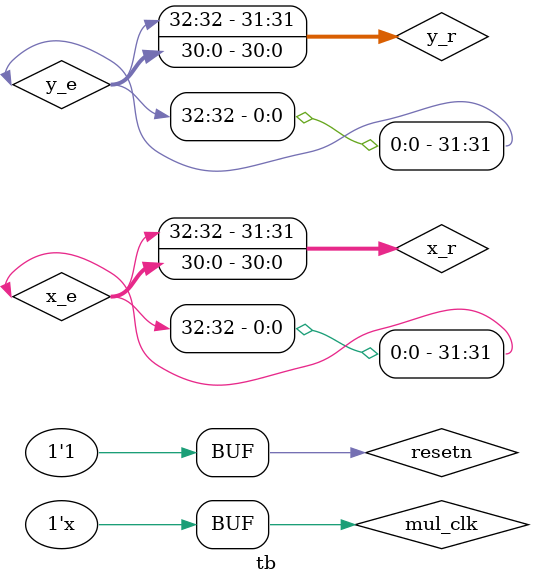
<source format=v>
`timescale 1ns / 1ps

module tb;

// Inputs
reg mul_clk;
reg resetn;
reg [31:0] x;
reg [31:0] y;
reg [31:0] x_r;
reg [31:0] y_r;

// Outputs
wire signed [63:0] result;

booth_multiplier u_booth_multiplier(
    .x(x_r),
    .y(y_r),
    .z(result)
);

initial begin
    // Initialize Inputs
    mul_clk = 0;
    resetn = 0;
    x = 0;
    y = 0;
    #100;
    resetn = 1;
end
always #5 mul_clk = ~mul_clk;

//²úÉúËæ»ú³ËÊýºÍÓÐ·ûºÅ¿ØÖÆÐÅºÅ
always @(posedge mul_clk)
begin
    x          <= $random;
    y          <= $random; //$randomÎªÏµÍ³ÈÎÎñ£¬²úÉúÒ»¸öËæ»úµÄ32Î»ÓÐ·ûºÅÊý
    #100;
end

always @(posedge mul_clk)
begin
    if (!resetn)
    begin
        x_r          <= 32'd0;
        y_r          <= 32'd0;
    end
    else
    begin
        x_r          <= x;
        y_r          <= y;
    end
end

//²Î¿¼½á¹û
wire signed [63:0] result_ref;
wire signed [32:0] x_e;
wire signed [32:0] y_e;
assign x_e        = {x_r[31],x_r};
assign y_e        = {y_r[31],y_r};
assign result_ref = x_e * y_e;
assign ok         = (result_ref == result);

endmodule

</source>
